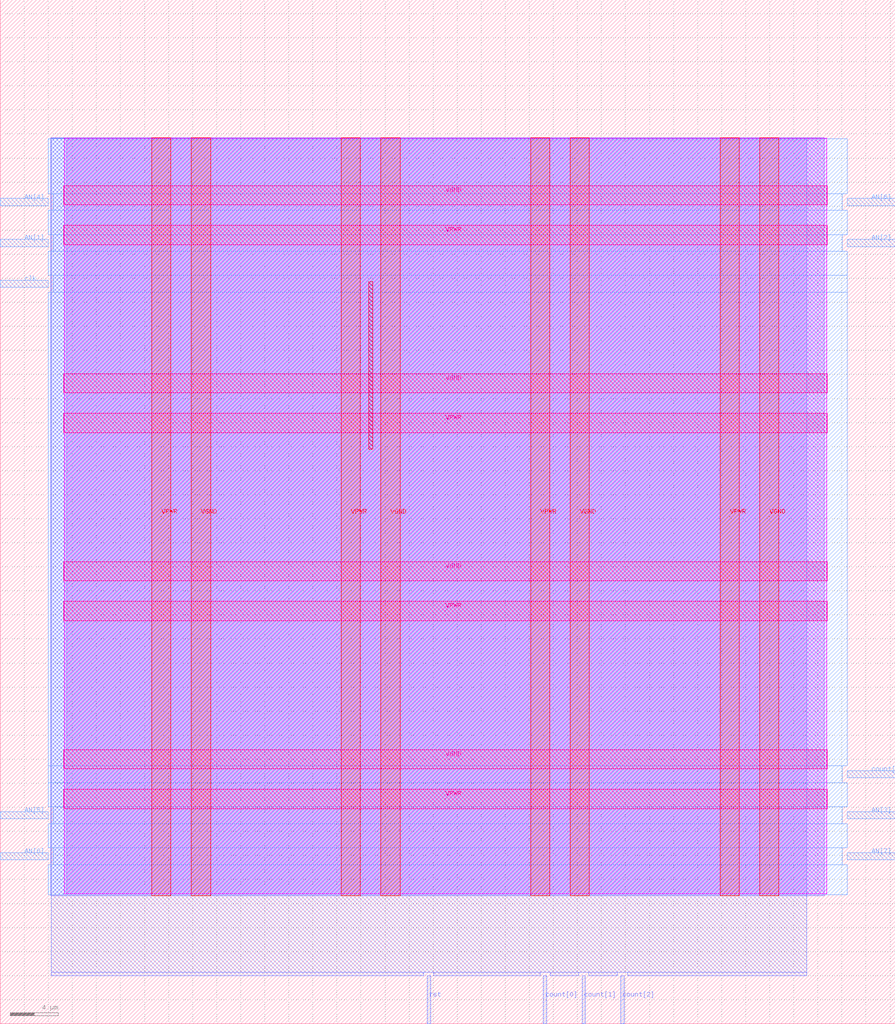
<source format=lef>
VERSION 5.7 ;
  NOWIREEXTENSIONATPIN ON ;
  DIVIDERCHAR "/" ;
  BUSBITCHARS "[]" ;
MACRO ZeroToFiveCounter
  CLASS BLOCK ;
  FOREIGN ZeroToFiveCounter ;
  ORIGIN 0.000 0.000 ;
  SIZE 74.435 BY 85.155 ;
  PIN AN[0]
    DIRECTION OUTPUT ;
    USE SIGNAL ;
    PORT
      LAYER met3 ;
        RECT 0.000 13.640 4.000 14.240 ;
    END
  END AN[0]
  PIN AN[1]
    DIRECTION OUTPUT ;
    USE SIGNAL ;
    PORT
      LAYER met3 ;
        RECT 0.000 64.640 4.000 65.240 ;
    END
  END AN[1]
  PIN AN[2]
    DIRECTION OUTPUT ;
    USE SIGNAL ;
    PORT
      LAYER met3 ;
        RECT 70.435 64.640 74.435 65.240 ;
    END
  END AN[2]
  PIN AN[3]
    DIRECTION OUTPUT ;
    USE SIGNAL ;
    PORT
      LAYER met3 ;
        RECT 70.435 17.040 74.435 17.640 ;
    END
  END AN[3]
  PIN AN[4]
    DIRECTION OUTPUT ;
    USE SIGNAL ;
    PORT
      LAYER met3 ;
        RECT 0.000 68.040 4.000 68.640 ;
    END
  END AN[4]
  PIN AN[5]
    DIRECTION OUTPUT ;
    USE SIGNAL ;
    PORT
      LAYER met3 ;
        RECT 0.000 17.040 4.000 17.640 ;
    END
  END AN[5]
  PIN AN[6]
    DIRECTION OUTPUT ;
    USE SIGNAL ;
    PORT
      LAYER met3 ;
        RECT 70.435 68.040 74.435 68.640 ;
    END
  END AN[6]
  PIN AN[7]
    DIRECTION OUTPUT ;
    USE SIGNAL ;
    PORT
      LAYER met3 ;
        RECT 70.435 13.640 74.435 14.240 ;
    END
  END AN[7]
  PIN VGND
    DIRECTION INOUT ;
    USE GROUND ;
    PORT
      LAYER met4 ;
        RECT 15.895 10.640 17.495 73.680 ;
    END
    PORT
      LAYER met4 ;
        RECT 31.650 10.640 33.250 73.680 ;
    END
    PORT
      LAYER met4 ;
        RECT 47.405 10.640 49.005 73.680 ;
    END
    PORT
      LAYER met4 ;
        RECT 63.160 10.640 64.760 73.680 ;
    END
    PORT
      LAYER met5 ;
        RECT 5.280 21.195 68.780 22.795 ;
    END
    PORT
      LAYER met5 ;
        RECT 5.280 36.830 68.780 38.430 ;
    END
    PORT
      LAYER met5 ;
        RECT 5.280 52.465 68.780 54.065 ;
    END
    PORT
      LAYER met5 ;
        RECT 5.280 68.100 68.780 69.700 ;
    END
  END VGND
  PIN VPWR
    DIRECTION INOUT ;
    USE POWER ;
    PORT
      LAYER met4 ;
        RECT 12.595 10.640 14.195 73.680 ;
    END
    PORT
      LAYER met4 ;
        RECT 28.350 10.640 29.950 73.680 ;
    END
    PORT
      LAYER met4 ;
        RECT 44.105 10.640 45.705 73.680 ;
    END
    PORT
      LAYER met4 ;
        RECT 59.860 10.640 61.460 73.680 ;
    END
    PORT
      LAYER met5 ;
        RECT 5.280 17.895 68.780 19.495 ;
    END
    PORT
      LAYER met5 ;
        RECT 5.280 33.530 68.780 35.130 ;
    END
    PORT
      LAYER met5 ;
        RECT 5.280 49.165 68.780 50.765 ;
    END
    PORT
      LAYER met5 ;
        RECT 5.280 64.800 68.780 66.400 ;
    END
  END VPWR
  PIN clk
    DIRECTION INPUT ;
    USE SIGNAL ;
    ANTENNAGATEAREA 0.852000 ;
    PORT
      LAYER met3 ;
        RECT 0.000 61.240 4.000 61.840 ;
    END
  END clk
  PIN count[0]
    DIRECTION OUTPUT ;
    USE SIGNAL ;
    ANTENNADIFFAREA 0.445500 ;
    PORT
      LAYER met2 ;
        RECT 45.170 0.000 45.450 4.000 ;
    END
  END count[0]
  PIN count[1]
    DIRECTION OUTPUT ;
    USE SIGNAL ;
    ANTENNADIFFAREA 0.445500 ;
    PORT
      LAYER met2 ;
        RECT 48.390 0.000 48.670 4.000 ;
    END
  END count[1]
  PIN count[2]
    DIRECTION OUTPUT ;
    USE SIGNAL ;
    ANTENNADIFFAREA 0.445500 ;
    PORT
      LAYER met2 ;
        RECT 51.610 0.000 51.890 4.000 ;
    END
  END count[2]
  PIN count[3]
    DIRECTION OUTPUT ;
    USE SIGNAL ;
    ANTENNADIFFAREA 0.445500 ;
    PORT
      LAYER met3 ;
        RECT 70.435 20.440 74.435 21.040 ;
    END
  END count[3]
  PIN rst
    DIRECTION INPUT ;
    USE SIGNAL ;
    ANTENNAGATEAREA 0.196500 ;
    PORT
      LAYER met2 ;
        RECT 35.510 0.000 35.790 4.000 ;
    END
  END rst
  OBS
      LAYER nwell ;
        RECT 5.330 10.795 68.730 73.630 ;
      LAYER li1 ;
        RECT 5.520 10.795 68.540 73.525 ;
      LAYER met1 ;
        RECT 4.210 10.640 68.540 73.680 ;
      LAYER met2 ;
        RECT 4.230 4.280 67.070 73.625 ;
        RECT 4.230 4.000 35.230 4.280 ;
        RECT 36.070 4.000 44.890 4.280 ;
        RECT 45.730 4.000 48.110 4.280 ;
        RECT 48.950 4.000 51.330 4.280 ;
        RECT 52.170 4.000 67.070 4.280 ;
      LAYER met3 ;
        RECT 3.990 69.040 70.435 73.605 ;
        RECT 4.400 67.640 70.035 69.040 ;
        RECT 3.990 65.640 70.435 67.640 ;
        RECT 4.400 64.240 70.035 65.640 ;
        RECT 3.990 62.240 70.435 64.240 ;
        RECT 4.400 60.840 70.435 62.240 ;
        RECT 3.990 21.440 70.435 60.840 ;
        RECT 3.990 20.040 70.035 21.440 ;
        RECT 3.990 18.040 70.435 20.040 ;
        RECT 4.400 16.640 70.035 18.040 ;
        RECT 3.990 14.640 70.435 16.640 ;
        RECT 4.400 13.240 70.035 14.640 ;
        RECT 3.990 10.715 70.435 13.240 ;
      LAYER met4 ;
        RECT 30.655 47.775 30.985 61.705 ;
  END
END ZeroToFiveCounter
END LIBRARY


</source>
